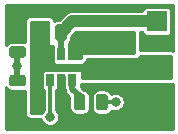
<source format=gbr>
G04 #@! TF.GenerationSoftware,KiCad,Pcbnew,5.1.5+dfsg1-2build2*
G04 #@! TF.CreationDate,2022-08-29T15:20:26+03:00*
G04 #@! TF.ProjectId,eta3000_module,65746133-3030-4305-9f6d-6f64756c652e,rev?*
G04 #@! TF.SameCoordinates,Original*
G04 #@! TF.FileFunction,Copper,L1,Top*
G04 #@! TF.FilePolarity,Positive*
%FSLAX46Y46*%
G04 Gerber Fmt 4.6, Leading zero omitted, Abs format (unit mm)*
G04 Created by KiCad (PCBNEW 5.1.5+dfsg1-2build2) date 2022-08-29 15:20:26*
%MOMM*%
%LPD*%
G04 APERTURE LIST*
%ADD10C,0.100000*%
%ADD11R,1.700000X1.700000*%
%ADD12R,0.650000X1.060000*%
%ADD13C,0.800000*%
%ADD14C,0.300000*%
%ADD15C,0.500000*%
%ADD16C,1.000000*%
%ADD17C,0.254000*%
G04 APERTURE END LIST*
G04 #@! TA.AperFunction,SMDPad,CuDef*
D10*
G36*
X52380142Y-53351174D02*
G01*
X52403803Y-53354684D01*
X52427007Y-53360496D01*
X52449529Y-53368554D01*
X52471153Y-53378782D01*
X52491670Y-53391079D01*
X52510883Y-53405329D01*
X52528607Y-53421393D01*
X52544671Y-53439117D01*
X52558921Y-53458330D01*
X52571218Y-53478847D01*
X52581446Y-53500471D01*
X52589504Y-53522993D01*
X52595316Y-53546197D01*
X52598826Y-53569858D01*
X52600000Y-53593750D01*
X52600000Y-54081250D01*
X52598826Y-54105142D01*
X52595316Y-54128803D01*
X52589504Y-54152007D01*
X52581446Y-54174529D01*
X52571218Y-54196153D01*
X52558921Y-54216670D01*
X52544671Y-54235883D01*
X52528607Y-54253607D01*
X52510883Y-54269671D01*
X52491670Y-54283921D01*
X52471153Y-54296218D01*
X52449529Y-54306446D01*
X52427007Y-54314504D01*
X52403803Y-54320316D01*
X52380142Y-54323826D01*
X52356250Y-54325000D01*
X51443750Y-54325000D01*
X51419858Y-54323826D01*
X51396197Y-54320316D01*
X51372993Y-54314504D01*
X51350471Y-54306446D01*
X51328847Y-54296218D01*
X51308330Y-54283921D01*
X51289117Y-54269671D01*
X51271393Y-54253607D01*
X51255329Y-54235883D01*
X51241079Y-54216670D01*
X51228782Y-54196153D01*
X51218554Y-54174529D01*
X51210496Y-54152007D01*
X51204684Y-54128803D01*
X51201174Y-54105142D01*
X51200000Y-54081250D01*
X51200000Y-53593750D01*
X51201174Y-53569858D01*
X51204684Y-53546197D01*
X51210496Y-53522993D01*
X51218554Y-53500471D01*
X51228782Y-53478847D01*
X51241079Y-53458330D01*
X51255329Y-53439117D01*
X51271393Y-53421393D01*
X51289117Y-53405329D01*
X51308330Y-53391079D01*
X51328847Y-53378782D01*
X51350471Y-53368554D01*
X51372993Y-53360496D01*
X51396197Y-53354684D01*
X51419858Y-53351174D01*
X51443750Y-53350000D01*
X52356250Y-53350000D01*
X52380142Y-53351174D01*
G37*
G04 #@! TD.AperFunction*
G04 #@! TA.AperFunction,SMDPad,CuDef*
G36*
X52380142Y-51476174D02*
G01*
X52403803Y-51479684D01*
X52427007Y-51485496D01*
X52449529Y-51493554D01*
X52471153Y-51503782D01*
X52491670Y-51516079D01*
X52510883Y-51530329D01*
X52528607Y-51546393D01*
X52544671Y-51564117D01*
X52558921Y-51583330D01*
X52571218Y-51603847D01*
X52581446Y-51625471D01*
X52589504Y-51647993D01*
X52595316Y-51671197D01*
X52598826Y-51694858D01*
X52600000Y-51718750D01*
X52600000Y-52206250D01*
X52598826Y-52230142D01*
X52595316Y-52253803D01*
X52589504Y-52277007D01*
X52581446Y-52299529D01*
X52571218Y-52321153D01*
X52558921Y-52341670D01*
X52544671Y-52360883D01*
X52528607Y-52378607D01*
X52510883Y-52394671D01*
X52491670Y-52408921D01*
X52471153Y-52421218D01*
X52449529Y-52431446D01*
X52427007Y-52439504D01*
X52403803Y-52445316D01*
X52380142Y-52448826D01*
X52356250Y-52450000D01*
X51443750Y-52450000D01*
X51419858Y-52448826D01*
X51396197Y-52445316D01*
X51372993Y-52439504D01*
X51350471Y-52431446D01*
X51328847Y-52421218D01*
X51308330Y-52408921D01*
X51289117Y-52394671D01*
X51271393Y-52378607D01*
X51255329Y-52360883D01*
X51241079Y-52341670D01*
X51228782Y-52321153D01*
X51218554Y-52299529D01*
X51210496Y-52277007D01*
X51204684Y-52253803D01*
X51201174Y-52230142D01*
X51200000Y-52206250D01*
X51200000Y-51718750D01*
X51201174Y-51694858D01*
X51204684Y-51671197D01*
X51210496Y-51647993D01*
X51218554Y-51625471D01*
X51228782Y-51603847D01*
X51241079Y-51583330D01*
X51255329Y-51564117D01*
X51271393Y-51546393D01*
X51289117Y-51530329D01*
X51308330Y-51516079D01*
X51328847Y-51503782D01*
X51350471Y-51493554D01*
X51372993Y-51485496D01*
X51396197Y-51479684D01*
X51419858Y-51476174D01*
X51443750Y-51475000D01*
X52356250Y-51475000D01*
X52380142Y-51476174D01*
G37*
G04 #@! TD.AperFunction*
G04 #@! TA.AperFunction,SMDPad,CuDef*
G36*
X57430142Y-57401174D02*
G01*
X57453803Y-57404684D01*
X57477007Y-57410496D01*
X57499529Y-57418554D01*
X57521153Y-57428782D01*
X57541670Y-57441079D01*
X57560883Y-57455329D01*
X57578607Y-57471393D01*
X57594671Y-57489117D01*
X57608921Y-57508330D01*
X57621218Y-57528847D01*
X57631446Y-57550471D01*
X57639504Y-57572993D01*
X57645316Y-57596197D01*
X57648826Y-57619858D01*
X57650000Y-57643750D01*
X57650000Y-58556250D01*
X57648826Y-58580142D01*
X57645316Y-58603803D01*
X57639504Y-58627007D01*
X57631446Y-58649529D01*
X57621218Y-58671153D01*
X57608921Y-58691670D01*
X57594671Y-58710883D01*
X57578607Y-58728607D01*
X57560883Y-58744671D01*
X57541670Y-58758921D01*
X57521153Y-58771218D01*
X57499529Y-58781446D01*
X57477007Y-58789504D01*
X57453803Y-58795316D01*
X57430142Y-58798826D01*
X57406250Y-58800000D01*
X56918750Y-58800000D01*
X56894858Y-58798826D01*
X56871197Y-58795316D01*
X56847993Y-58789504D01*
X56825471Y-58781446D01*
X56803847Y-58771218D01*
X56783330Y-58758921D01*
X56764117Y-58744671D01*
X56746393Y-58728607D01*
X56730329Y-58710883D01*
X56716079Y-58691670D01*
X56703782Y-58671153D01*
X56693554Y-58649529D01*
X56685496Y-58627007D01*
X56679684Y-58603803D01*
X56676174Y-58580142D01*
X56675000Y-58556250D01*
X56675000Y-57643750D01*
X56676174Y-57619858D01*
X56679684Y-57596197D01*
X56685496Y-57572993D01*
X56693554Y-57550471D01*
X56703782Y-57528847D01*
X56716079Y-57508330D01*
X56730329Y-57489117D01*
X56746393Y-57471393D01*
X56764117Y-57455329D01*
X56783330Y-57441079D01*
X56803847Y-57428782D01*
X56825471Y-57418554D01*
X56847993Y-57410496D01*
X56871197Y-57404684D01*
X56894858Y-57401174D01*
X56918750Y-57400000D01*
X57406250Y-57400000D01*
X57430142Y-57401174D01*
G37*
G04 #@! TD.AperFunction*
G04 #@! TA.AperFunction,SMDPad,CuDef*
G36*
X59305142Y-57401174D02*
G01*
X59328803Y-57404684D01*
X59352007Y-57410496D01*
X59374529Y-57418554D01*
X59396153Y-57428782D01*
X59416670Y-57441079D01*
X59435883Y-57455329D01*
X59453607Y-57471393D01*
X59469671Y-57489117D01*
X59483921Y-57508330D01*
X59496218Y-57528847D01*
X59506446Y-57550471D01*
X59514504Y-57572993D01*
X59520316Y-57596197D01*
X59523826Y-57619858D01*
X59525000Y-57643750D01*
X59525000Y-58556250D01*
X59523826Y-58580142D01*
X59520316Y-58603803D01*
X59514504Y-58627007D01*
X59506446Y-58649529D01*
X59496218Y-58671153D01*
X59483921Y-58691670D01*
X59469671Y-58710883D01*
X59453607Y-58728607D01*
X59435883Y-58744671D01*
X59416670Y-58758921D01*
X59396153Y-58771218D01*
X59374529Y-58781446D01*
X59352007Y-58789504D01*
X59328803Y-58795316D01*
X59305142Y-58798826D01*
X59281250Y-58800000D01*
X58793750Y-58800000D01*
X58769858Y-58798826D01*
X58746197Y-58795316D01*
X58722993Y-58789504D01*
X58700471Y-58781446D01*
X58678847Y-58771218D01*
X58658330Y-58758921D01*
X58639117Y-58744671D01*
X58621393Y-58728607D01*
X58605329Y-58710883D01*
X58591079Y-58691670D01*
X58578782Y-58671153D01*
X58568554Y-58649529D01*
X58560496Y-58627007D01*
X58554684Y-58603803D01*
X58551174Y-58580142D01*
X58550000Y-58556250D01*
X58550000Y-57643750D01*
X58551174Y-57619858D01*
X58554684Y-57596197D01*
X58560496Y-57572993D01*
X58568554Y-57550471D01*
X58578782Y-57528847D01*
X58591079Y-57508330D01*
X58605329Y-57489117D01*
X58621393Y-57471393D01*
X58639117Y-57455329D01*
X58658330Y-57441079D01*
X58678847Y-57428782D01*
X58700471Y-57418554D01*
X58722993Y-57410496D01*
X58746197Y-57404684D01*
X58769858Y-57401174D01*
X58793750Y-57400000D01*
X59281250Y-57400000D01*
X59305142Y-57401174D01*
G37*
G04 #@! TD.AperFunction*
G04 #@! TA.AperFunction,SMDPad,CuDef*
G36*
X55855142Y-51501174D02*
G01*
X55878803Y-51504684D01*
X55902007Y-51510496D01*
X55924529Y-51518554D01*
X55946153Y-51528782D01*
X55966670Y-51541079D01*
X55985883Y-51555329D01*
X56003607Y-51571393D01*
X56019671Y-51589117D01*
X56033921Y-51608330D01*
X56046218Y-51628847D01*
X56056446Y-51650471D01*
X56064504Y-51672993D01*
X56070316Y-51696197D01*
X56073826Y-51719858D01*
X56075000Y-51743750D01*
X56075000Y-52656250D01*
X56073826Y-52680142D01*
X56070316Y-52703803D01*
X56064504Y-52727007D01*
X56056446Y-52749529D01*
X56046218Y-52771153D01*
X56033921Y-52791670D01*
X56019671Y-52810883D01*
X56003607Y-52828607D01*
X55985883Y-52844671D01*
X55966670Y-52858921D01*
X55946153Y-52871218D01*
X55924529Y-52881446D01*
X55902007Y-52889504D01*
X55878803Y-52895316D01*
X55855142Y-52898826D01*
X55831250Y-52900000D01*
X55343750Y-52900000D01*
X55319858Y-52898826D01*
X55296197Y-52895316D01*
X55272993Y-52889504D01*
X55250471Y-52881446D01*
X55228847Y-52871218D01*
X55208330Y-52858921D01*
X55189117Y-52844671D01*
X55171393Y-52828607D01*
X55155329Y-52810883D01*
X55141079Y-52791670D01*
X55128782Y-52771153D01*
X55118554Y-52749529D01*
X55110496Y-52727007D01*
X55104684Y-52703803D01*
X55101174Y-52680142D01*
X55100000Y-52656250D01*
X55100000Y-51743750D01*
X55101174Y-51719858D01*
X55104684Y-51696197D01*
X55110496Y-51672993D01*
X55118554Y-51650471D01*
X55128782Y-51628847D01*
X55141079Y-51608330D01*
X55155329Y-51589117D01*
X55171393Y-51571393D01*
X55189117Y-51555329D01*
X55208330Y-51541079D01*
X55228847Y-51528782D01*
X55250471Y-51518554D01*
X55272993Y-51510496D01*
X55296197Y-51504684D01*
X55319858Y-51501174D01*
X55343750Y-51500000D01*
X55831250Y-51500000D01*
X55855142Y-51501174D01*
G37*
G04 #@! TD.AperFunction*
G04 #@! TA.AperFunction,SMDPad,CuDef*
G36*
X53980142Y-51501174D02*
G01*
X54003803Y-51504684D01*
X54027007Y-51510496D01*
X54049529Y-51518554D01*
X54071153Y-51528782D01*
X54091670Y-51541079D01*
X54110883Y-51555329D01*
X54128607Y-51571393D01*
X54144671Y-51589117D01*
X54158921Y-51608330D01*
X54171218Y-51628847D01*
X54181446Y-51650471D01*
X54189504Y-51672993D01*
X54195316Y-51696197D01*
X54198826Y-51719858D01*
X54200000Y-51743750D01*
X54200000Y-52656250D01*
X54198826Y-52680142D01*
X54195316Y-52703803D01*
X54189504Y-52727007D01*
X54181446Y-52749529D01*
X54171218Y-52771153D01*
X54158921Y-52791670D01*
X54144671Y-52810883D01*
X54128607Y-52828607D01*
X54110883Y-52844671D01*
X54091670Y-52858921D01*
X54071153Y-52871218D01*
X54049529Y-52881446D01*
X54027007Y-52889504D01*
X54003803Y-52895316D01*
X53980142Y-52898826D01*
X53956250Y-52900000D01*
X53468750Y-52900000D01*
X53444858Y-52898826D01*
X53421197Y-52895316D01*
X53397993Y-52889504D01*
X53375471Y-52881446D01*
X53353847Y-52871218D01*
X53333330Y-52858921D01*
X53314117Y-52844671D01*
X53296393Y-52828607D01*
X53280329Y-52810883D01*
X53266079Y-52791670D01*
X53253782Y-52771153D01*
X53243554Y-52749529D01*
X53235496Y-52727007D01*
X53229684Y-52703803D01*
X53226174Y-52680142D01*
X53225000Y-52656250D01*
X53225000Y-51743750D01*
X53226174Y-51719858D01*
X53229684Y-51696197D01*
X53235496Y-51672993D01*
X53243554Y-51650471D01*
X53253782Y-51628847D01*
X53266079Y-51608330D01*
X53280329Y-51589117D01*
X53296393Y-51571393D01*
X53314117Y-51555329D01*
X53333330Y-51541079D01*
X53353847Y-51528782D01*
X53375471Y-51518554D01*
X53397993Y-51510496D01*
X53421197Y-51504684D01*
X53444858Y-51501174D01*
X53468750Y-51500000D01*
X53956250Y-51500000D01*
X53980142Y-51501174D01*
G37*
G04 #@! TD.AperFunction*
G04 #@! TA.AperFunction,SMDPad,CuDef*
G36*
X55855142Y-57401174D02*
G01*
X55878803Y-57404684D01*
X55902007Y-57410496D01*
X55924529Y-57418554D01*
X55946153Y-57428782D01*
X55966670Y-57441079D01*
X55985883Y-57455329D01*
X56003607Y-57471393D01*
X56019671Y-57489117D01*
X56033921Y-57508330D01*
X56046218Y-57528847D01*
X56056446Y-57550471D01*
X56064504Y-57572993D01*
X56070316Y-57596197D01*
X56073826Y-57619858D01*
X56075000Y-57643750D01*
X56075000Y-58556250D01*
X56073826Y-58580142D01*
X56070316Y-58603803D01*
X56064504Y-58627007D01*
X56056446Y-58649529D01*
X56046218Y-58671153D01*
X56033921Y-58691670D01*
X56019671Y-58710883D01*
X56003607Y-58728607D01*
X55985883Y-58744671D01*
X55966670Y-58758921D01*
X55946153Y-58771218D01*
X55924529Y-58781446D01*
X55902007Y-58789504D01*
X55878803Y-58795316D01*
X55855142Y-58798826D01*
X55831250Y-58800000D01*
X55343750Y-58800000D01*
X55319858Y-58798826D01*
X55296197Y-58795316D01*
X55272993Y-58789504D01*
X55250471Y-58781446D01*
X55228847Y-58771218D01*
X55208330Y-58758921D01*
X55189117Y-58744671D01*
X55171393Y-58728607D01*
X55155329Y-58710883D01*
X55141079Y-58691670D01*
X55128782Y-58671153D01*
X55118554Y-58649529D01*
X55110496Y-58627007D01*
X55104684Y-58603803D01*
X55101174Y-58580142D01*
X55100000Y-58556250D01*
X55100000Y-57643750D01*
X55101174Y-57619858D01*
X55104684Y-57596197D01*
X55110496Y-57572993D01*
X55118554Y-57550471D01*
X55128782Y-57528847D01*
X55141079Y-57508330D01*
X55155329Y-57489117D01*
X55171393Y-57471393D01*
X55189117Y-57455329D01*
X55208330Y-57441079D01*
X55228847Y-57428782D01*
X55250471Y-57418554D01*
X55272993Y-57410496D01*
X55296197Y-57404684D01*
X55319858Y-57401174D01*
X55343750Y-57400000D01*
X55831250Y-57400000D01*
X55855142Y-57401174D01*
G37*
G04 #@! TD.AperFunction*
G04 #@! TA.AperFunction,SMDPad,CuDef*
G36*
X53980142Y-57401174D02*
G01*
X54003803Y-57404684D01*
X54027007Y-57410496D01*
X54049529Y-57418554D01*
X54071153Y-57428782D01*
X54091670Y-57441079D01*
X54110883Y-57455329D01*
X54128607Y-57471393D01*
X54144671Y-57489117D01*
X54158921Y-57508330D01*
X54171218Y-57528847D01*
X54181446Y-57550471D01*
X54189504Y-57572993D01*
X54195316Y-57596197D01*
X54198826Y-57619858D01*
X54200000Y-57643750D01*
X54200000Y-58556250D01*
X54198826Y-58580142D01*
X54195316Y-58603803D01*
X54189504Y-58627007D01*
X54181446Y-58649529D01*
X54171218Y-58671153D01*
X54158921Y-58691670D01*
X54144671Y-58710883D01*
X54128607Y-58728607D01*
X54110883Y-58744671D01*
X54091670Y-58758921D01*
X54071153Y-58771218D01*
X54049529Y-58781446D01*
X54027007Y-58789504D01*
X54003803Y-58795316D01*
X53980142Y-58798826D01*
X53956250Y-58800000D01*
X53468750Y-58800000D01*
X53444858Y-58798826D01*
X53421197Y-58795316D01*
X53397993Y-58789504D01*
X53375471Y-58781446D01*
X53353847Y-58771218D01*
X53333330Y-58758921D01*
X53314117Y-58744671D01*
X53296393Y-58728607D01*
X53280329Y-58710883D01*
X53266079Y-58691670D01*
X53253782Y-58671153D01*
X53243554Y-58649529D01*
X53235496Y-58627007D01*
X53229684Y-58603803D01*
X53226174Y-58580142D01*
X53225000Y-58556250D01*
X53225000Y-57643750D01*
X53226174Y-57619858D01*
X53229684Y-57596197D01*
X53235496Y-57572993D01*
X53243554Y-57550471D01*
X53253782Y-57528847D01*
X53266079Y-57508330D01*
X53280329Y-57489117D01*
X53296393Y-57471393D01*
X53314117Y-57455329D01*
X53333330Y-57441079D01*
X53353847Y-57428782D01*
X53375471Y-57418554D01*
X53397993Y-57410496D01*
X53421197Y-57404684D01*
X53444858Y-57401174D01*
X53468750Y-57400000D01*
X53956250Y-57400000D01*
X53980142Y-57401174D01*
G37*
G04 #@! TD.AperFunction*
D11*
X63700000Y-51250000D03*
X63700000Y-55150000D03*
X63700000Y-59050000D03*
G04 #@! TA.AperFunction,SMDPad,CuDef*
D10*
G36*
X61229405Y-52351445D02*
G01*
X61258527Y-52355764D01*
X61287085Y-52362918D01*
X61314805Y-52372836D01*
X61341419Y-52385424D01*
X61366671Y-52400559D01*
X61390318Y-52418097D01*
X61412132Y-52437868D01*
X61431903Y-52459682D01*
X61449441Y-52483329D01*
X61464576Y-52508581D01*
X61477164Y-52535195D01*
X61487082Y-52562915D01*
X61494236Y-52591473D01*
X61498555Y-52620595D01*
X61500000Y-52650000D01*
X61500000Y-53250000D01*
X61498555Y-53279405D01*
X61494236Y-53308527D01*
X61487082Y-53337085D01*
X61477164Y-53364805D01*
X61464576Y-53391419D01*
X61449441Y-53416671D01*
X61431903Y-53440318D01*
X61412132Y-53462132D01*
X61390318Y-53481903D01*
X61366671Y-53499441D01*
X61341419Y-53514576D01*
X61314805Y-53527164D01*
X61287085Y-53537082D01*
X61258527Y-53544236D01*
X61229405Y-53548555D01*
X61200000Y-53550000D01*
X58300000Y-53550000D01*
X58270595Y-53548555D01*
X58241473Y-53544236D01*
X58212915Y-53537082D01*
X58185195Y-53527164D01*
X58158581Y-53514576D01*
X58133329Y-53499441D01*
X58109682Y-53481903D01*
X58087868Y-53462132D01*
X58068097Y-53440318D01*
X58050559Y-53416671D01*
X58035424Y-53391419D01*
X58022836Y-53364805D01*
X58012918Y-53337085D01*
X58005764Y-53308527D01*
X58001445Y-53279405D01*
X58000000Y-53250000D01*
X58000000Y-52650000D01*
X58001445Y-52620595D01*
X58005764Y-52591473D01*
X58012918Y-52562915D01*
X58022836Y-52535195D01*
X58035424Y-52508581D01*
X58050559Y-52483329D01*
X58068097Y-52459682D01*
X58087868Y-52437868D01*
X58109682Y-52418097D01*
X58133329Y-52400559D01*
X58158581Y-52385424D01*
X58185195Y-52372836D01*
X58212915Y-52362918D01*
X58241473Y-52355764D01*
X58270595Y-52351445D01*
X58300000Y-52350000D01*
X61200000Y-52350000D01*
X61229405Y-52351445D01*
G37*
G04 #@! TD.AperFunction*
G04 #@! TA.AperFunction,SMDPad,CuDef*
G36*
X61229405Y-54551445D02*
G01*
X61258527Y-54555764D01*
X61287085Y-54562918D01*
X61314805Y-54572836D01*
X61341419Y-54585424D01*
X61366671Y-54600559D01*
X61390318Y-54618097D01*
X61412132Y-54637868D01*
X61431903Y-54659682D01*
X61449441Y-54683329D01*
X61464576Y-54708581D01*
X61477164Y-54735195D01*
X61487082Y-54762915D01*
X61494236Y-54791473D01*
X61498555Y-54820595D01*
X61500000Y-54850000D01*
X61500000Y-55450000D01*
X61498555Y-55479405D01*
X61494236Y-55508527D01*
X61487082Y-55537085D01*
X61477164Y-55564805D01*
X61464576Y-55591419D01*
X61449441Y-55616671D01*
X61431903Y-55640318D01*
X61412132Y-55662132D01*
X61390318Y-55681903D01*
X61366671Y-55699441D01*
X61341419Y-55714576D01*
X61314805Y-55727164D01*
X61287085Y-55737082D01*
X61258527Y-55744236D01*
X61229405Y-55748555D01*
X61200000Y-55750000D01*
X58300000Y-55750000D01*
X58270595Y-55748555D01*
X58241473Y-55744236D01*
X58212915Y-55737082D01*
X58185195Y-55727164D01*
X58158581Y-55714576D01*
X58133329Y-55699441D01*
X58109682Y-55681903D01*
X58087868Y-55662132D01*
X58068097Y-55640318D01*
X58050559Y-55616671D01*
X58035424Y-55591419D01*
X58022836Y-55564805D01*
X58012918Y-55537085D01*
X58005764Y-55508527D01*
X58001445Y-55479405D01*
X58000000Y-55450000D01*
X58000000Y-54850000D01*
X58001445Y-54820595D01*
X58005764Y-54791473D01*
X58012918Y-54762915D01*
X58022836Y-54735195D01*
X58035424Y-54708581D01*
X58050559Y-54683329D01*
X58068097Y-54659682D01*
X58087868Y-54637868D01*
X58109682Y-54618097D01*
X58133329Y-54600559D01*
X58158581Y-54585424D01*
X58185195Y-54572836D01*
X58212915Y-54562918D01*
X58241473Y-54555764D01*
X58270595Y-54551445D01*
X58300000Y-54550000D01*
X61200000Y-54550000D01*
X61229405Y-54551445D01*
G37*
G04 #@! TD.AperFunction*
G04 #@! TA.AperFunction,SMDPad,CuDef*
G36*
X52380142Y-55776174D02*
G01*
X52403803Y-55779684D01*
X52427007Y-55785496D01*
X52449529Y-55793554D01*
X52471153Y-55803782D01*
X52491670Y-55816079D01*
X52510883Y-55830329D01*
X52528607Y-55846393D01*
X52544671Y-55864117D01*
X52558921Y-55883330D01*
X52571218Y-55903847D01*
X52581446Y-55925471D01*
X52589504Y-55947993D01*
X52595316Y-55971197D01*
X52598826Y-55994858D01*
X52600000Y-56018750D01*
X52600000Y-56506250D01*
X52598826Y-56530142D01*
X52595316Y-56553803D01*
X52589504Y-56577007D01*
X52581446Y-56599529D01*
X52571218Y-56621153D01*
X52558921Y-56641670D01*
X52544671Y-56660883D01*
X52528607Y-56678607D01*
X52510883Y-56694671D01*
X52491670Y-56708921D01*
X52471153Y-56721218D01*
X52449529Y-56731446D01*
X52427007Y-56739504D01*
X52403803Y-56745316D01*
X52380142Y-56748826D01*
X52356250Y-56750000D01*
X51443750Y-56750000D01*
X51419858Y-56748826D01*
X51396197Y-56745316D01*
X51372993Y-56739504D01*
X51350471Y-56731446D01*
X51328847Y-56721218D01*
X51308330Y-56708921D01*
X51289117Y-56694671D01*
X51271393Y-56678607D01*
X51255329Y-56660883D01*
X51241079Y-56641670D01*
X51228782Y-56621153D01*
X51218554Y-56599529D01*
X51210496Y-56577007D01*
X51204684Y-56553803D01*
X51201174Y-56530142D01*
X51200000Y-56506250D01*
X51200000Y-56018750D01*
X51201174Y-55994858D01*
X51204684Y-55971197D01*
X51210496Y-55947993D01*
X51218554Y-55925471D01*
X51228782Y-55903847D01*
X51241079Y-55883330D01*
X51255329Y-55864117D01*
X51271393Y-55846393D01*
X51289117Y-55830329D01*
X51308330Y-55816079D01*
X51328847Y-55803782D01*
X51350471Y-55793554D01*
X51372993Y-55785496D01*
X51396197Y-55779684D01*
X51419858Y-55776174D01*
X51443750Y-55775000D01*
X52356250Y-55775000D01*
X52380142Y-55776174D01*
G37*
G04 #@! TD.AperFunction*
G04 #@! TA.AperFunction,SMDPad,CuDef*
G36*
X52380142Y-57651174D02*
G01*
X52403803Y-57654684D01*
X52427007Y-57660496D01*
X52449529Y-57668554D01*
X52471153Y-57678782D01*
X52491670Y-57691079D01*
X52510883Y-57705329D01*
X52528607Y-57721393D01*
X52544671Y-57739117D01*
X52558921Y-57758330D01*
X52571218Y-57778847D01*
X52581446Y-57800471D01*
X52589504Y-57822993D01*
X52595316Y-57846197D01*
X52598826Y-57869858D01*
X52600000Y-57893750D01*
X52600000Y-58381250D01*
X52598826Y-58405142D01*
X52595316Y-58428803D01*
X52589504Y-58452007D01*
X52581446Y-58474529D01*
X52571218Y-58496153D01*
X52558921Y-58516670D01*
X52544671Y-58535883D01*
X52528607Y-58553607D01*
X52510883Y-58569671D01*
X52491670Y-58583921D01*
X52471153Y-58596218D01*
X52449529Y-58606446D01*
X52427007Y-58614504D01*
X52403803Y-58620316D01*
X52380142Y-58623826D01*
X52356250Y-58625000D01*
X51443750Y-58625000D01*
X51419858Y-58623826D01*
X51396197Y-58620316D01*
X51372993Y-58614504D01*
X51350471Y-58606446D01*
X51328847Y-58596218D01*
X51308330Y-58583921D01*
X51289117Y-58569671D01*
X51271393Y-58553607D01*
X51255329Y-58535883D01*
X51241079Y-58516670D01*
X51228782Y-58496153D01*
X51218554Y-58474529D01*
X51210496Y-58452007D01*
X51204684Y-58428803D01*
X51201174Y-58405142D01*
X51200000Y-58381250D01*
X51200000Y-57893750D01*
X51201174Y-57869858D01*
X51204684Y-57846197D01*
X51210496Y-57822993D01*
X51218554Y-57800471D01*
X51228782Y-57778847D01*
X51241079Y-57758330D01*
X51255329Y-57739117D01*
X51271393Y-57721393D01*
X51289117Y-57705329D01*
X51308330Y-57691079D01*
X51328847Y-57678782D01*
X51350471Y-57668554D01*
X51372993Y-57660496D01*
X51396197Y-57654684D01*
X51419858Y-57651174D01*
X51443750Y-57650000D01*
X52356250Y-57650000D01*
X52380142Y-57651174D01*
G37*
G04 #@! TD.AperFunction*
D12*
X54650000Y-56250000D03*
X55600000Y-56250000D03*
X56550000Y-56250000D03*
X56550000Y-54050000D03*
X54650000Y-54050000D03*
X55600000Y-54050000D03*
D13*
X54650000Y-59350000D03*
X51900000Y-55000000D03*
X51900000Y-59000000D03*
X51900000Y-51050000D03*
X55600000Y-57150000D03*
X60200000Y-58100000D03*
X57100000Y-52650000D03*
D14*
X54650000Y-56250000D02*
X54650000Y-59350000D01*
D15*
X51900000Y-55000000D02*
X51900000Y-53837500D01*
X51900000Y-56262500D02*
X51900000Y-55000000D01*
X57162500Y-58100000D02*
X57162500Y-57612500D01*
X56550000Y-57000000D02*
X56550000Y-56250000D01*
X57162500Y-57612500D02*
X56550000Y-57000000D01*
D14*
X59037500Y-58100000D02*
X60200000Y-58100000D01*
D15*
X55600000Y-52212500D02*
X55587500Y-52200000D01*
X55600000Y-54050000D02*
X55600000Y-52212500D01*
D16*
X56537500Y-51250000D02*
X55587500Y-52200000D01*
X63700000Y-51250000D02*
X56537500Y-51250000D01*
D17*
G36*
X54523000Y-53200000D02*
G01*
X54525440Y-53224776D01*
X54532667Y-53248601D01*
X54544403Y-53270557D01*
X54560197Y-53289803D01*
X54579443Y-53305597D01*
X54601399Y-53317333D01*
X54625224Y-53324560D01*
X54650000Y-53327000D01*
X54946150Y-53327000D01*
X54921299Y-53373492D01*
X54899513Y-53445311D01*
X54892157Y-53520000D01*
X54892157Y-54580000D01*
X54899513Y-54654689D01*
X54921299Y-54726508D01*
X54956678Y-54792696D01*
X54974408Y-54814301D01*
X54975440Y-54824776D01*
X54982667Y-54848601D01*
X54994403Y-54870557D01*
X55010197Y-54889803D01*
X55029443Y-54905597D01*
X55051399Y-54917333D01*
X55075224Y-54924560D01*
X55100000Y-54927000D01*
X55115956Y-54927000D01*
X55128492Y-54933701D01*
X55200311Y-54955487D01*
X55275000Y-54962843D01*
X55925000Y-54962843D01*
X55999689Y-54955487D01*
X56071508Y-54933701D01*
X56075000Y-54931834D01*
X56078492Y-54933701D01*
X56150311Y-54955487D01*
X56225000Y-54962843D01*
X56875000Y-54962843D01*
X56949689Y-54955487D01*
X57021508Y-54933701D01*
X57034044Y-54927000D01*
X57400000Y-54927000D01*
X57424776Y-54924560D01*
X57448601Y-54917333D01*
X57470557Y-54905597D01*
X57489803Y-54889803D01*
X57505597Y-54870557D01*
X57517333Y-54848601D01*
X57524560Y-54824776D01*
X57526218Y-54807939D01*
X57545802Y-54801998D01*
X57611672Y-54766790D01*
X57669408Y-54719408D01*
X57716790Y-54661672D01*
X57751998Y-54595802D01*
X57773679Y-54524329D01*
X57777947Y-54481000D01*
X61900000Y-54481000D01*
X61974329Y-54473679D01*
X62045802Y-54451998D01*
X62111672Y-54416790D01*
X62169408Y-54369408D01*
X62216790Y-54311672D01*
X62251998Y-54245802D01*
X62257701Y-54227000D01*
X64873000Y-54227000D01*
X64873000Y-56073000D01*
X57327000Y-56073000D01*
X57327000Y-55500000D01*
X57324560Y-55475224D01*
X57317333Y-55451399D01*
X57305597Y-55429443D01*
X57289803Y-55410197D01*
X57270557Y-55394403D01*
X57248601Y-55382667D01*
X57224776Y-55375440D01*
X57200000Y-55373000D01*
X57034044Y-55373000D01*
X57021508Y-55366299D01*
X56949689Y-55344513D01*
X56875000Y-55337157D01*
X56225000Y-55337157D01*
X56150311Y-55344513D01*
X56078492Y-55366299D01*
X56075000Y-55368166D01*
X56071508Y-55366299D01*
X55999689Y-55344513D01*
X55925000Y-55337157D01*
X55275000Y-55337157D01*
X55200311Y-55344513D01*
X55128492Y-55366299D01*
X55125000Y-55368166D01*
X55121508Y-55366299D01*
X55049689Y-55344513D01*
X54975000Y-55337157D01*
X54325000Y-55337157D01*
X54250311Y-55344513D01*
X54178492Y-55366299D01*
X54112304Y-55401678D01*
X54054289Y-55449289D01*
X54006678Y-55507304D01*
X53971299Y-55573492D01*
X53949513Y-55645311D01*
X53942157Y-55720000D01*
X53942157Y-56780000D01*
X53949513Y-56854689D01*
X53971299Y-56926508D01*
X54006678Y-56992696D01*
X54054289Y-57050711D01*
X54112304Y-57098322D01*
X54119000Y-57101901D01*
X54119001Y-58776498D01*
X54043358Y-58852141D01*
X53962603Y-58973000D01*
X53027000Y-58973000D01*
X53027000Y-51327000D01*
X54523000Y-51327000D01*
X54523000Y-53200000D01*
G37*
X54523000Y-53200000D02*
X54525440Y-53224776D01*
X54532667Y-53248601D01*
X54544403Y-53270557D01*
X54560197Y-53289803D01*
X54579443Y-53305597D01*
X54601399Y-53317333D01*
X54625224Y-53324560D01*
X54650000Y-53327000D01*
X54946150Y-53327000D01*
X54921299Y-53373492D01*
X54899513Y-53445311D01*
X54892157Y-53520000D01*
X54892157Y-54580000D01*
X54899513Y-54654689D01*
X54921299Y-54726508D01*
X54956678Y-54792696D01*
X54974408Y-54814301D01*
X54975440Y-54824776D01*
X54982667Y-54848601D01*
X54994403Y-54870557D01*
X55010197Y-54889803D01*
X55029443Y-54905597D01*
X55051399Y-54917333D01*
X55075224Y-54924560D01*
X55100000Y-54927000D01*
X55115956Y-54927000D01*
X55128492Y-54933701D01*
X55200311Y-54955487D01*
X55275000Y-54962843D01*
X55925000Y-54962843D01*
X55999689Y-54955487D01*
X56071508Y-54933701D01*
X56075000Y-54931834D01*
X56078492Y-54933701D01*
X56150311Y-54955487D01*
X56225000Y-54962843D01*
X56875000Y-54962843D01*
X56949689Y-54955487D01*
X57021508Y-54933701D01*
X57034044Y-54927000D01*
X57400000Y-54927000D01*
X57424776Y-54924560D01*
X57448601Y-54917333D01*
X57470557Y-54905597D01*
X57489803Y-54889803D01*
X57505597Y-54870557D01*
X57517333Y-54848601D01*
X57524560Y-54824776D01*
X57526218Y-54807939D01*
X57545802Y-54801998D01*
X57611672Y-54766790D01*
X57669408Y-54719408D01*
X57716790Y-54661672D01*
X57751998Y-54595802D01*
X57773679Y-54524329D01*
X57777947Y-54481000D01*
X61900000Y-54481000D01*
X61974329Y-54473679D01*
X62045802Y-54451998D01*
X62111672Y-54416790D01*
X62169408Y-54369408D01*
X62216790Y-54311672D01*
X62251998Y-54245802D01*
X62257701Y-54227000D01*
X64873000Y-54227000D01*
X64873000Y-56073000D01*
X57327000Y-56073000D01*
X57327000Y-55500000D01*
X57324560Y-55475224D01*
X57317333Y-55451399D01*
X57305597Y-55429443D01*
X57289803Y-55410197D01*
X57270557Y-55394403D01*
X57248601Y-55382667D01*
X57224776Y-55375440D01*
X57200000Y-55373000D01*
X57034044Y-55373000D01*
X57021508Y-55366299D01*
X56949689Y-55344513D01*
X56875000Y-55337157D01*
X56225000Y-55337157D01*
X56150311Y-55344513D01*
X56078492Y-55366299D01*
X56075000Y-55368166D01*
X56071508Y-55366299D01*
X55999689Y-55344513D01*
X55925000Y-55337157D01*
X55275000Y-55337157D01*
X55200311Y-55344513D01*
X55128492Y-55366299D01*
X55125000Y-55368166D01*
X55121508Y-55366299D01*
X55049689Y-55344513D01*
X54975000Y-55337157D01*
X54325000Y-55337157D01*
X54250311Y-55344513D01*
X54178492Y-55366299D01*
X54112304Y-55401678D01*
X54054289Y-55449289D01*
X54006678Y-55507304D01*
X53971299Y-55573492D01*
X53949513Y-55645311D01*
X53942157Y-55720000D01*
X53942157Y-56780000D01*
X53949513Y-56854689D01*
X53971299Y-56926508D01*
X54006678Y-56992696D01*
X54054289Y-57050711D01*
X54112304Y-57098322D01*
X54119000Y-57101901D01*
X54119001Y-58776498D01*
X54043358Y-58852141D01*
X53962603Y-58973000D01*
X53027000Y-58973000D01*
X53027000Y-51327000D01*
X54523000Y-51327000D01*
X54523000Y-53200000D01*
G36*
X61773000Y-53973000D02*
G01*
X57400000Y-53973000D01*
X57375224Y-53975440D01*
X57351399Y-53982667D01*
X57329443Y-53994403D01*
X57310197Y-54010197D01*
X57294403Y-54029443D01*
X57282667Y-54051399D01*
X57275440Y-54075224D01*
X57273000Y-54100000D01*
X57273000Y-54323000D01*
X56307843Y-54323000D01*
X56307843Y-53520000D01*
X56300487Y-53445311D01*
X56278701Y-53373492D01*
X56243322Y-53307304D01*
X56231000Y-53292289D01*
X56231000Y-53134868D01*
X56274318Y-53099318D01*
X56352243Y-53004366D01*
X56410146Y-52896037D01*
X56445803Y-52778492D01*
X56457843Y-52656250D01*
X56457843Y-52575578D01*
X56856422Y-52177000D01*
X61773000Y-52177000D01*
X61773000Y-53973000D01*
G37*
X61773000Y-53973000D02*
X57400000Y-53973000D01*
X57375224Y-53975440D01*
X57351399Y-53982667D01*
X57329443Y-53994403D01*
X57310197Y-54010197D01*
X57294403Y-54029443D01*
X57282667Y-54051399D01*
X57275440Y-54075224D01*
X57273000Y-54100000D01*
X57273000Y-54323000D01*
X56307843Y-54323000D01*
X56307843Y-53520000D01*
X56300487Y-53445311D01*
X56278701Y-53373492D01*
X56243322Y-53307304D01*
X56231000Y-53292289D01*
X56231000Y-53134868D01*
X56274318Y-53099318D01*
X56352243Y-53004366D01*
X56410146Y-52896037D01*
X56445803Y-52778492D01*
X56457843Y-52656250D01*
X56457843Y-52575578D01*
X56856422Y-52177000D01*
X61773000Y-52177000D01*
X61773000Y-53973000D01*
G36*
X55842157Y-56780000D02*
G01*
X55849513Y-56854689D01*
X55871299Y-56926508D01*
X55906678Y-56992696D01*
X55916395Y-57004536D01*
X55919000Y-57030990D01*
X55919000Y-57030997D01*
X55928130Y-57123697D01*
X55964211Y-57242641D01*
X56022804Y-57352260D01*
X56101657Y-57448343D01*
X56125737Y-57468105D01*
X56292984Y-57635352D01*
X56292157Y-57643750D01*
X56292157Y-58556250D01*
X56304197Y-58678492D01*
X56339854Y-58796037D01*
X56397757Y-58904366D01*
X56475682Y-58999318D01*
X56570634Y-59077243D01*
X56678963Y-59135146D01*
X56796508Y-59170803D01*
X56918750Y-59182843D01*
X57406250Y-59182843D01*
X57528492Y-59170803D01*
X57646037Y-59135146D01*
X57754366Y-59077243D01*
X57849318Y-58999318D01*
X57927243Y-58904366D01*
X57985146Y-58796037D01*
X58020803Y-58678492D01*
X58032843Y-58556250D01*
X58032843Y-57643750D01*
X58167157Y-57643750D01*
X58167157Y-58556250D01*
X58179197Y-58678492D01*
X58214854Y-58796037D01*
X58272757Y-58904366D01*
X58350682Y-58999318D01*
X58445634Y-59077243D01*
X58553963Y-59135146D01*
X58671508Y-59170803D01*
X58793750Y-59182843D01*
X59281250Y-59182843D01*
X59403492Y-59170803D01*
X59521037Y-59135146D01*
X59629366Y-59077243D01*
X59724318Y-58999318D01*
X59802243Y-58904366D01*
X59856409Y-58803028D01*
X59972191Y-58850987D01*
X60123078Y-58881000D01*
X60276922Y-58881000D01*
X60427809Y-58850987D01*
X60569942Y-58792113D01*
X60697859Y-58706642D01*
X60806642Y-58597859D01*
X60892113Y-58469942D01*
X60950987Y-58327809D01*
X60981000Y-58176922D01*
X60981000Y-58023078D01*
X60950987Y-57872191D01*
X60892113Y-57730058D01*
X60806642Y-57602141D01*
X60697859Y-57493358D01*
X60569942Y-57407887D01*
X60427809Y-57349013D01*
X60276922Y-57319000D01*
X60123078Y-57319000D01*
X59972191Y-57349013D01*
X59856409Y-57396972D01*
X59802243Y-57295634D01*
X59724318Y-57200682D01*
X59629366Y-57122757D01*
X59521037Y-57064854D01*
X59403492Y-57029197D01*
X59281250Y-57017157D01*
X58793750Y-57017157D01*
X58671508Y-57029197D01*
X58553963Y-57064854D01*
X58445634Y-57122757D01*
X58350682Y-57200682D01*
X58272757Y-57295634D01*
X58214854Y-57403963D01*
X58179197Y-57521508D01*
X58167157Y-57643750D01*
X58032843Y-57643750D01*
X58020803Y-57521508D01*
X57985146Y-57403963D01*
X57927243Y-57295634D01*
X57849318Y-57200682D01*
X57754366Y-57122757D01*
X57646037Y-57064854D01*
X57528492Y-57029197D01*
X57465346Y-57022978D01*
X57254662Y-56812294D01*
X57257843Y-56780000D01*
X57257843Y-56581000D01*
X65000000Y-56581000D01*
X65044000Y-56576666D01*
X65044000Y-60394000D01*
X50906000Y-60394000D01*
X50906000Y-56823016D01*
X50922757Y-56854366D01*
X51000682Y-56949318D01*
X51095634Y-57027243D01*
X51203963Y-57085146D01*
X51321508Y-57120803D01*
X51443750Y-57132843D01*
X52356250Y-57132843D01*
X52478492Y-57120803D01*
X52519000Y-57108515D01*
X52519000Y-59100000D01*
X52526321Y-59174329D01*
X52548002Y-59245802D01*
X52583210Y-59311672D01*
X52630592Y-59369408D01*
X52688328Y-59416790D01*
X52754198Y-59451998D01*
X52825671Y-59473679D01*
X52900000Y-59481000D01*
X53879757Y-59481000D01*
X53899013Y-59577809D01*
X53957887Y-59719942D01*
X54043358Y-59847859D01*
X54152141Y-59956642D01*
X54280058Y-60042113D01*
X54422191Y-60100987D01*
X54573078Y-60131000D01*
X54726922Y-60131000D01*
X54877809Y-60100987D01*
X55019942Y-60042113D01*
X55147859Y-59956642D01*
X55256642Y-59847859D01*
X55342113Y-59719942D01*
X55400987Y-59577809D01*
X55431000Y-59426922D01*
X55431000Y-59273078D01*
X55400987Y-59122191D01*
X55342113Y-58980058D01*
X55256642Y-58852141D01*
X55181000Y-58776499D01*
X55181000Y-57101901D01*
X55187696Y-57098322D01*
X55245711Y-57050711D01*
X55293322Y-56992696D01*
X55328701Y-56926508D01*
X55350487Y-56854689D01*
X55357843Y-56780000D01*
X55357843Y-55881000D01*
X55842157Y-55881000D01*
X55842157Y-56780000D01*
G37*
X55842157Y-56780000D02*
X55849513Y-56854689D01*
X55871299Y-56926508D01*
X55906678Y-56992696D01*
X55916395Y-57004536D01*
X55919000Y-57030990D01*
X55919000Y-57030997D01*
X55928130Y-57123697D01*
X55964211Y-57242641D01*
X56022804Y-57352260D01*
X56101657Y-57448343D01*
X56125737Y-57468105D01*
X56292984Y-57635352D01*
X56292157Y-57643750D01*
X56292157Y-58556250D01*
X56304197Y-58678492D01*
X56339854Y-58796037D01*
X56397757Y-58904366D01*
X56475682Y-58999318D01*
X56570634Y-59077243D01*
X56678963Y-59135146D01*
X56796508Y-59170803D01*
X56918750Y-59182843D01*
X57406250Y-59182843D01*
X57528492Y-59170803D01*
X57646037Y-59135146D01*
X57754366Y-59077243D01*
X57849318Y-58999318D01*
X57927243Y-58904366D01*
X57985146Y-58796037D01*
X58020803Y-58678492D01*
X58032843Y-58556250D01*
X58032843Y-57643750D01*
X58167157Y-57643750D01*
X58167157Y-58556250D01*
X58179197Y-58678492D01*
X58214854Y-58796037D01*
X58272757Y-58904366D01*
X58350682Y-58999318D01*
X58445634Y-59077243D01*
X58553963Y-59135146D01*
X58671508Y-59170803D01*
X58793750Y-59182843D01*
X59281250Y-59182843D01*
X59403492Y-59170803D01*
X59521037Y-59135146D01*
X59629366Y-59077243D01*
X59724318Y-58999318D01*
X59802243Y-58904366D01*
X59856409Y-58803028D01*
X59972191Y-58850987D01*
X60123078Y-58881000D01*
X60276922Y-58881000D01*
X60427809Y-58850987D01*
X60569942Y-58792113D01*
X60697859Y-58706642D01*
X60806642Y-58597859D01*
X60892113Y-58469942D01*
X60950987Y-58327809D01*
X60981000Y-58176922D01*
X60981000Y-58023078D01*
X60950987Y-57872191D01*
X60892113Y-57730058D01*
X60806642Y-57602141D01*
X60697859Y-57493358D01*
X60569942Y-57407887D01*
X60427809Y-57349013D01*
X60276922Y-57319000D01*
X60123078Y-57319000D01*
X59972191Y-57349013D01*
X59856409Y-57396972D01*
X59802243Y-57295634D01*
X59724318Y-57200682D01*
X59629366Y-57122757D01*
X59521037Y-57064854D01*
X59403492Y-57029197D01*
X59281250Y-57017157D01*
X58793750Y-57017157D01*
X58671508Y-57029197D01*
X58553963Y-57064854D01*
X58445634Y-57122757D01*
X58350682Y-57200682D01*
X58272757Y-57295634D01*
X58214854Y-57403963D01*
X58179197Y-57521508D01*
X58167157Y-57643750D01*
X58032843Y-57643750D01*
X58020803Y-57521508D01*
X57985146Y-57403963D01*
X57927243Y-57295634D01*
X57849318Y-57200682D01*
X57754366Y-57122757D01*
X57646037Y-57064854D01*
X57528492Y-57029197D01*
X57465346Y-57022978D01*
X57254662Y-56812294D01*
X57257843Y-56780000D01*
X57257843Y-56581000D01*
X65000000Y-56581000D01*
X65044000Y-56576666D01*
X65044000Y-60394000D01*
X50906000Y-60394000D01*
X50906000Y-56823016D01*
X50922757Y-56854366D01*
X51000682Y-56949318D01*
X51095634Y-57027243D01*
X51203963Y-57085146D01*
X51321508Y-57120803D01*
X51443750Y-57132843D01*
X52356250Y-57132843D01*
X52478492Y-57120803D01*
X52519000Y-57108515D01*
X52519000Y-59100000D01*
X52526321Y-59174329D01*
X52548002Y-59245802D01*
X52583210Y-59311672D01*
X52630592Y-59369408D01*
X52688328Y-59416790D01*
X52754198Y-59451998D01*
X52825671Y-59473679D01*
X52900000Y-59481000D01*
X53879757Y-59481000D01*
X53899013Y-59577809D01*
X53957887Y-59719942D01*
X54043358Y-59847859D01*
X54152141Y-59956642D01*
X54280058Y-60042113D01*
X54422191Y-60100987D01*
X54573078Y-60131000D01*
X54726922Y-60131000D01*
X54877809Y-60100987D01*
X55019942Y-60042113D01*
X55147859Y-59956642D01*
X55256642Y-59847859D01*
X55342113Y-59719942D01*
X55400987Y-59577809D01*
X55431000Y-59426922D01*
X55431000Y-59273078D01*
X55400987Y-59122191D01*
X55342113Y-58980058D01*
X55256642Y-58852141D01*
X55181000Y-58776499D01*
X55181000Y-57101901D01*
X55187696Y-57098322D01*
X55245711Y-57050711D01*
X55293322Y-56992696D01*
X55328701Y-56926508D01*
X55350487Y-56854689D01*
X55357843Y-56780000D01*
X55357843Y-55881000D01*
X55842157Y-55881000D01*
X55842157Y-56780000D01*
G36*
X65044001Y-53723334D02*
G01*
X65000000Y-53719000D01*
X62281000Y-53719000D01*
X62281000Y-52131000D01*
X62470210Y-52131000D01*
X62474513Y-52174689D01*
X62496299Y-52246508D01*
X62531678Y-52312696D01*
X62579289Y-52370711D01*
X62637304Y-52418322D01*
X62703492Y-52453701D01*
X62775311Y-52475487D01*
X62850000Y-52482843D01*
X64550000Y-52482843D01*
X64624689Y-52475487D01*
X64696508Y-52453701D01*
X64762696Y-52418322D01*
X64820711Y-52370711D01*
X64868322Y-52312696D01*
X64903701Y-52246508D01*
X64925487Y-52174689D01*
X64932843Y-52100000D01*
X64932843Y-50400000D01*
X64925487Y-50325311D01*
X64903701Y-50253492D01*
X64868322Y-50187304D01*
X64820711Y-50129289D01*
X64762696Y-50081678D01*
X64696508Y-50046299D01*
X64624689Y-50024513D01*
X64550000Y-50017157D01*
X62850000Y-50017157D01*
X62775311Y-50024513D01*
X62703492Y-50046299D01*
X62637304Y-50081678D01*
X62579289Y-50129289D01*
X62531678Y-50187304D01*
X62496299Y-50253492D01*
X62474513Y-50325311D01*
X62470210Y-50369000D01*
X56580770Y-50369000D01*
X56537500Y-50364738D01*
X56494230Y-50369000D01*
X56494227Y-50369000D01*
X56364794Y-50381748D01*
X56198725Y-50432125D01*
X56045674Y-50513932D01*
X55977522Y-50569863D01*
X55911525Y-50624025D01*
X55883939Y-50657640D01*
X55424422Y-51117157D01*
X55343750Y-51117157D01*
X55221508Y-51129197D01*
X55103963Y-51164854D01*
X55031000Y-51203853D01*
X55031000Y-51200000D01*
X55023679Y-51125671D01*
X55001998Y-51054198D01*
X54966790Y-50988328D01*
X54919408Y-50930592D01*
X54861672Y-50883210D01*
X54795802Y-50848002D01*
X54724329Y-50826321D01*
X54650000Y-50819000D01*
X52900000Y-50819000D01*
X52825671Y-50826321D01*
X52754198Y-50848002D01*
X52688328Y-50883210D01*
X52630592Y-50930592D01*
X52583210Y-50988328D01*
X52548002Y-51054198D01*
X52526321Y-51125671D01*
X52519000Y-51200000D01*
X52519000Y-52991485D01*
X52478492Y-52979197D01*
X52356250Y-52967157D01*
X51443750Y-52967157D01*
X51321508Y-52979197D01*
X51203963Y-53014854D01*
X51095634Y-53072757D01*
X51000682Y-53150682D01*
X50922757Y-53245634D01*
X50906000Y-53276984D01*
X50906000Y-49856000D01*
X65044001Y-49856000D01*
X65044001Y-53723334D01*
G37*
X65044001Y-53723334D02*
X65000000Y-53719000D01*
X62281000Y-53719000D01*
X62281000Y-52131000D01*
X62470210Y-52131000D01*
X62474513Y-52174689D01*
X62496299Y-52246508D01*
X62531678Y-52312696D01*
X62579289Y-52370711D01*
X62637304Y-52418322D01*
X62703492Y-52453701D01*
X62775311Y-52475487D01*
X62850000Y-52482843D01*
X64550000Y-52482843D01*
X64624689Y-52475487D01*
X64696508Y-52453701D01*
X64762696Y-52418322D01*
X64820711Y-52370711D01*
X64868322Y-52312696D01*
X64903701Y-52246508D01*
X64925487Y-52174689D01*
X64932843Y-52100000D01*
X64932843Y-50400000D01*
X64925487Y-50325311D01*
X64903701Y-50253492D01*
X64868322Y-50187304D01*
X64820711Y-50129289D01*
X64762696Y-50081678D01*
X64696508Y-50046299D01*
X64624689Y-50024513D01*
X64550000Y-50017157D01*
X62850000Y-50017157D01*
X62775311Y-50024513D01*
X62703492Y-50046299D01*
X62637304Y-50081678D01*
X62579289Y-50129289D01*
X62531678Y-50187304D01*
X62496299Y-50253492D01*
X62474513Y-50325311D01*
X62470210Y-50369000D01*
X56580770Y-50369000D01*
X56537500Y-50364738D01*
X56494230Y-50369000D01*
X56494227Y-50369000D01*
X56364794Y-50381748D01*
X56198725Y-50432125D01*
X56045674Y-50513932D01*
X55977522Y-50569863D01*
X55911525Y-50624025D01*
X55883939Y-50657640D01*
X55424422Y-51117157D01*
X55343750Y-51117157D01*
X55221508Y-51129197D01*
X55103963Y-51164854D01*
X55031000Y-51203853D01*
X55031000Y-51200000D01*
X55023679Y-51125671D01*
X55001998Y-51054198D01*
X54966790Y-50988328D01*
X54919408Y-50930592D01*
X54861672Y-50883210D01*
X54795802Y-50848002D01*
X54724329Y-50826321D01*
X54650000Y-50819000D01*
X52900000Y-50819000D01*
X52825671Y-50826321D01*
X52754198Y-50848002D01*
X52688328Y-50883210D01*
X52630592Y-50930592D01*
X52583210Y-50988328D01*
X52548002Y-51054198D01*
X52526321Y-51125671D01*
X52519000Y-51200000D01*
X52519000Y-52991485D01*
X52478492Y-52979197D01*
X52356250Y-52967157D01*
X51443750Y-52967157D01*
X51321508Y-52979197D01*
X51203963Y-53014854D01*
X51095634Y-53072757D01*
X51000682Y-53150682D01*
X50922757Y-53245634D01*
X50906000Y-53276984D01*
X50906000Y-49856000D01*
X65044001Y-49856000D01*
X65044001Y-53723334D01*
M02*

</source>
